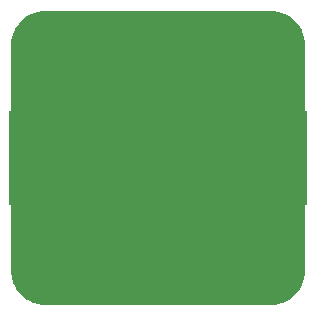
<source format=gbr>
%TF.GenerationSoftware,KiCad,Pcbnew,8.0.1*%
%TF.CreationDate,2024-06-29T11:44:41-04:00*%
%TF.ProjectId,X-Band Amplifier QPA2598,582d4261-6e64-4204-916d-706c69666965,v1.0*%
%TF.SameCoordinates,Original*%
%TF.FileFunction,Copper,L4,Bot*%
%TF.FilePolarity,Positive*%
%FSLAX46Y46*%
G04 Gerber Fmt 4.6, Leading zero omitted, Abs format (unit mm)*
G04 Created by KiCad (PCBNEW 8.0.1) date 2024-06-29 11:44:41*
%MOMM*%
%LPD*%
G01*
G04 APERTURE LIST*
%TA.AperFunction,SMDPad,CuDef*%
%ADD10R,3.000000X8.000000*%
%TD*%
%TA.AperFunction,HeatsinkPad*%
%ADD11C,0.500000*%
%TD*%
%TA.AperFunction,HeatsinkPad*%
%ADD12R,2.500000X2.500000*%
%TD*%
%TA.AperFunction,ComponentPad*%
%ADD13C,5.562600*%
%TD*%
%TA.AperFunction,ViaPad*%
%ADD14C,0.600000*%
%TD*%
%TA.AperFunction,ViaPad*%
%ADD15C,0.500000*%
%TD*%
G04 APERTURE END LIST*
D10*
%TO.P,J2,2,Ext*%
%TO.N,GND*%
X150850000Y-63500000D03*
%TD*%
D11*
%TO.P,U1,21,GND*%
%TO.N,GND*%
X138700000Y-62500000D03*
X138700000Y-64500000D03*
D12*
X139700000Y-63500000D03*
D11*
X140700000Y-62500000D03*
X140700000Y-64500000D03*
%TD*%
D10*
%TO.P,J1,2,Ext*%
%TO.N,GND*%
X128550000Y-63500000D03*
%TD*%
D13*
%TO.P,H2,1,1*%
%TO.N,GND*%
X149225000Y-53975000D03*
%TD*%
%TO.P,H3,1,1*%
%TO.N,GND*%
X130175000Y-73025000D03*
%TD*%
%TO.P,H4,1,1*%
%TO.N,GND*%
X149225000Y-73025000D03*
%TD*%
%TO.P,H1,1,1*%
%TO.N,GND*%
X130175000Y-53975000D03*
%TD*%
D14*
%TO.N,GND*%
X139446000Y-55245000D03*
X133350000Y-60960000D03*
X134874000Y-60960000D03*
X136906000Y-60579000D03*
X141351000Y-60960000D03*
X141986000Y-60960000D03*
X142748000Y-60960000D03*
X130048000Y-69215000D03*
X143129000Y-57404000D03*
X147066000Y-57785000D03*
X145161000Y-55372000D03*
X145161000Y-52070000D03*
X134493000Y-52324000D03*
X139446000Y-52197000D03*
X139446000Y-53848000D03*
X134239000Y-56261000D03*
X132207000Y-57658000D03*
X134112000Y-58420000D03*
X134239000Y-60071000D03*
X146939000Y-69596000D03*
X136017000Y-70231000D03*
X132334000Y-70104000D03*
X134747000Y-68072000D03*
X145161000Y-71501000D03*
X145288000Y-74930000D03*
X139573000Y-72390000D03*
X139573000Y-73914000D03*
X139573000Y-75184000D03*
X134239000Y-71755000D03*
X134239000Y-74549000D03*
X135890000Y-59309000D03*
X143764000Y-67691000D03*
X133477000Y-66421000D03*
X134747000Y-66421000D03*
X136017000Y-66421000D03*
X137287000Y-57785000D03*
X144272000Y-59309000D03*
X145542000Y-57658000D03*
X145669000Y-60960000D03*
X144653000Y-60960000D03*
X143637000Y-60960000D03*
X145923000Y-66040000D03*
X143764000Y-66040000D03*
X146177000Y-67691000D03*
X144907000Y-66040000D03*
X144907000Y-69342000D03*
X137922000Y-70358000D03*
X136779000Y-69215000D03*
X136906000Y-67691000D03*
X137541000Y-66675000D03*
X135890000Y-57658000D03*
X137414000Y-59182000D03*
X138049000Y-60198000D03*
X141351000Y-61920000D03*
X138100000Y-61870000D03*
D15*
X140200000Y-64500000D03*
X139200000Y-64500000D03*
X139700000Y-64500000D03*
X138700000Y-64000000D03*
X140200000Y-64000000D03*
X139700000Y-64000000D03*
X140700000Y-64000000D03*
X139200000Y-64000000D03*
X140200000Y-63500000D03*
X139700000Y-63500000D03*
X138700000Y-63500000D03*
X140700000Y-63500000D03*
X139200000Y-63500000D03*
X140690000Y-63000000D03*
X140190000Y-63000000D03*
X139690000Y-63000000D03*
X139190000Y-63000000D03*
X138690000Y-63000000D03*
X140200000Y-62500000D03*
X139700000Y-62500000D03*
X139200000Y-62500000D03*
D14*
X148082000Y-62484000D03*
X132588000Y-62484000D03*
X143256000Y-61849000D03*
X133858000Y-62484000D03*
X131953000Y-64516000D03*
X132842000Y-61849000D03*
X130048000Y-64516000D03*
X147447000Y-62484000D03*
X148717000Y-62484000D03*
X133477000Y-61849000D03*
X146177000Y-64516000D03*
X148971000Y-61849000D03*
X148717000Y-64516000D03*
X141250000Y-65060000D03*
X136017000Y-61849000D03*
X142367000Y-62484000D03*
X138140000Y-65040000D03*
X149606000Y-65151000D03*
X134493000Y-62484000D03*
X149987000Y-64516000D03*
X142621000Y-61849000D03*
X132842000Y-65151000D03*
X135763000Y-62484000D03*
X147066000Y-61849000D03*
X149606000Y-61849000D03*
X135128000Y-62484000D03*
X145796000Y-65151000D03*
X143891000Y-65151000D03*
X150241000Y-65151000D03*
X149352000Y-62484000D03*
X144272000Y-62484000D03*
X133223000Y-62484000D03*
X132588000Y-64516000D03*
X148336000Y-61849000D03*
X131953000Y-62484000D03*
X143891000Y-61849000D03*
X150622000Y-62484000D03*
X128397000Y-61849000D03*
X135382000Y-61849000D03*
X135382000Y-65151000D03*
X129032000Y-65151000D03*
X150241000Y-61849000D03*
X132207000Y-65151000D03*
X145542000Y-64516000D03*
X146812000Y-62484000D03*
X145161000Y-65151000D03*
X136652000Y-65151000D03*
X135128000Y-64516000D03*
X140690600Y-66210000D03*
X143002000Y-64516000D03*
X151511000Y-61849000D03*
X142748000Y-66040000D03*
X145161000Y-61849000D03*
X136398000Y-62484000D03*
X150876000Y-61849000D03*
X129032000Y-61849000D03*
X148971000Y-65151000D03*
X127508000Y-64516000D03*
X151257000Y-62484000D03*
X143002000Y-62484000D03*
X147701000Y-65151000D03*
X137033000Y-62484000D03*
X128143000Y-62484000D03*
X130937000Y-61849000D03*
X144526000Y-61849000D03*
X129667000Y-61849000D03*
X134493000Y-64516000D03*
X127762000Y-61849000D03*
X136017000Y-65151000D03*
X128778000Y-64516000D03*
X137795000Y-66040000D03*
X129667000Y-65151000D03*
X131318000Y-62484000D03*
X148336000Y-65151000D03*
X128143000Y-64516000D03*
X131318000Y-64516000D03*
X147066000Y-65151000D03*
X133223000Y-64516000D03*
X149352000Y-64516000D03*
X145542000Y-62484000D03*
X147447000Y-64516000D03*
X130302000Y-65151000D03*
X151892000Y-64516000D03*
X143637000Y-64516000D03*
X128397000Y-65151000D03*
X141986000Y-66040000D03*
X150622000Y-64516000D03*
X127508000Y-62484000D03*
X130683000Y-62484000D03*
X131572000Y-65151000D03*
X127762000Y-65151000D03*
X144907000Y-62484000D03*
X136398000Y-64516000D03*
X134112000Y-61849000D03*
X144272000Y-64516000D03*
X128778000Y-62484000D03*
X149987000Y-62484000D03*
X142367000Y-64516000D03*
X151257000Y-64516000D03*
X143256000Y-65151000D03*
X150876000Y-65151000D03*
X137160000Y-65786000D03*
X130683000Y-64516000D03*
X146177000Y-62484000D03*
X151892000Y-62484000D03*
X143637000Y-62484000D03*
X130048000Y-62484000D03*
X129413000Y-64516000D03*
X144526000Y-65151000D03*
X129413000Y-62484000D03*
X130937000Y-65151000D03*
X135763000Y-64516000D03*
X133477000Y-65151000D03*
X134112000Y-65151000D03*
X137033000Y-64516000D03*
X147701000Y-61849000D03*
X131572000Y-61849000D03*
X142621000Y-65151000D03*
X133858000Y-64516000D03*
X136652000Y-61849000D03*
X146431000Y-65151000D03*
X145796000Y-61849000D03*
X134747000Y-65151000D03*
X148082000Y-64516000D03*
X144907000Y-64516000D03*
X132207000Y-61849000D03*
X146812000Y-64516000D03*
X141376400Y-66014600D03*
X130302000Y-61849000D03*
X146431000Y-61849000D03*
X151511000Y-65151000D03*
X136144000Y-60960000D03*
X134747000Y-61849000D03*
%TD*%
%TA.AperFunction,Conductor*%
%TO.N,GND*%
G36*
X149228471Y-51054695D02*
G01*
X149268500Y-51056942D01*
X149545048Y-51072473D01*
X149558847Y-51074027D01*
X149823126Y-51118931D01*
X149868003Y-51126556D01*
X149881560Y-51129650D01*
X150182891Y-51216462D01*
X150196015Y-51221055D01*
X150485721Y-51341054D01*
X150498243Y-51347083D01*
X150649796Y-51430844D01*
X150772704Y-51498773D01*
X150784478Y-51506171D01*
X151040231Y-51687637D01*
X151051099Y-51696305D01*
X151284912Y-51905255D01*
X151294744Y-51915087D01*
X151503694Y-52148900D01*
X151512365Y-52159772D01*
X151693828Y-52415521D01*
X151701226Y-52427295D01*
X151852912Y-52701749D01*
X151858945Y-52714278D01*
X151978944Y-53003984D01*
X151983537Y-53017108D01*
X152070349Y-53318439D01*
X152073443Y-53331996D01*
X152125970Y-53641141D01*
X152127527Y-53654959D01*
X152145305Y-53971527D01*
X152145500Y-53978480D01*
X152145500Y-73021519D01*
X152145305Y-73028472D01*
X152127527Y-73345040D01*
X152125970Y-73358858D01*
X152073443Y-73668003D01*
X152070349Y-73681560D01*
X151983537Y-73982891D01*
X151978944Y-73996015D01*
X151858945Y-74285721D01*
X151852912Y-74298250D01*
X151701226Y-74572704D01*
X151693828Y-74584478D01*
X151512365Y-74840227D01*
X151503694Y-74851099D01*
X151294744Y-75084912D01*
X151284912Y-75094744D01*
X151051099Y-75303694D01*
X151040227Y-75312365D01*
X150784478Y-75493828D01*
X150772704Y-75501226D01*
X150498250Y-75652912D01*
X150485721Y-75658945D01*
X150196015Y-75778944D01*
X150182891Y-75783537D01*
X149881560Y-75870349D01*
X149868003Y-75873443D01*
X149558858Y-75925970D01*
X149545040Y-75927527D01*
X149228472Y-75945305D01*
X149221519Y-75945500D01*
X130178481Y-75945500D01*
X130171528Y-75945305D01*
X129854959Y-75927527D01*
X129841141Y-75925970D01*
X129531996Y-75873443D01*
X129518439Y-75870349D01*
X129217108Y-75783537D01*
X129203984Y-75778944D01*
X128914278Y-75658945D01*
X128901749Y-75652912D01*
X128627295Y-75501226D01*
X128615521Y-75493828D01*
X128359772Y-75312365D01*
X128348900Y-75303694D01*
X128115087Y-75094744D01*
X128105255Y-75084912D01*
X127896305Y-74851099D01*
X127887634Y-74840227D01*
X127706171Y-74584478D01*
X127698773Y-74572704D01*
X127547087Y-74298250D01*
X127541054Y-74285721D01*
X127421055Y-73996015D01*
X127416462Y-73982891D01*
X127329650Y-73681560D01*
X127326556Y-73668003D01*
X127302907Y-73528819D01*
X127274027Y-73358847D01*
X127272473Y-73345048D01*
X127254695Y-73028471D01*
X127254500Y-73021519D01*
X127254500Y-53978480D01*
X127254695Y-53971528D01*
X127263961Y-53806519D01*
X127272473Y-53654949D01*
X127274027Y-53641154D01*
X127326556Y-53331994D01*
X127329650Y-53318439D01*
X127416462Y-53017108D01*
X127421055Y-53003984D01*
X127497991Y-52818243D01*
X127541057Y-52714269D01*
X127547079Y-52701763D01*
X127698776Y-52427289D01*
X127706171Y-52415521D01*
X127887643Y-52159759D01*
X127896294Y-52148912D01*
X128105256Y-51915085D01*
X128115087Y-51905255D01*
X128348912Y-51696294D01*
X128359759Y-51687643D01*
X128615526Y-51506167D01*
X128627289Y-51498776D01*
X128901763Y-51347079D01*
X128914269Y-51341057D01*
X129203984Y-51221055D01*
X129217104Y-51216463D01*
X129518440Y-51129649D01*
X129531996Y-51126556D01*
X129841154Y-51074027D01*
X129854949Y-51072473D01*
X130134843Y-51056755D01*
X130171529Y-51054695D01*
X130178481Y-51054500D01*
X130219875Y-51054500D01*
X149180125Y-51054500D01*
X149221519Y-51054500D01*
X149228471Y-51054695D01*
G37*
%TD.AperFunction*%
%TD*%
M02*

</source>
